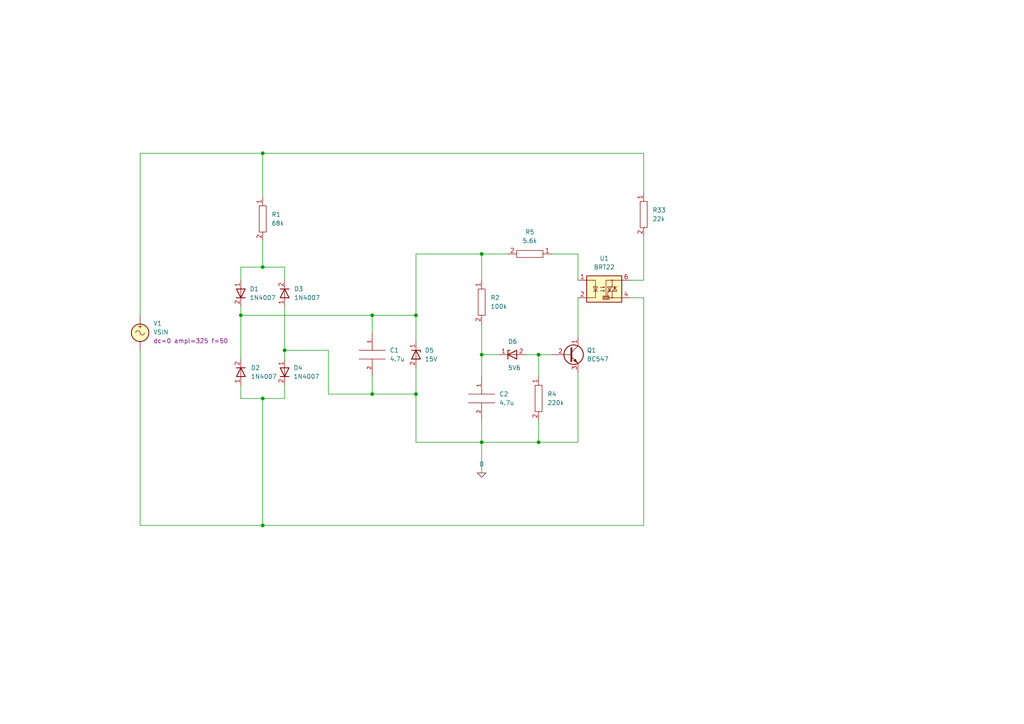
<source format=kicad_sch>
(kicad_sch (version 20211123) (generator eeschema)
  (paper "A4")
  (title_block (title "Scratchpad"))
  (lib_symbols
    (symbol "0_Simulation_SPICE:DIODE" (pin_names (offset 1.016) hide)
      (property "Reference" "D" (at 0 2.54 0))
      (property "Value" "DIODE" (at 0 -2.54 0))
      (symbol "DIODE_0_1"
        (polyline (pts (xy 1.27 0) (xy -1.27 0)))
        (polyline (pts (xy 1.27 1.27) (xy 1.27 -1.27)) (stroke (width 0.254)))
        (polyline (pts (xy -1.27 -1.27) (xy -1.27 1.27) (xy 1.27 0) (xy -1.27 -1.27)) (stroke (width 0.254)))
      )
      (symbol "DIODE_1_1"
        (pin passive line (at -3.81 0 0) (length 2.54) (name "A") (number "1"))
        (pin passive line (at 3.81 0 180) (length 2.54) (name "K") (number "2"))
      )
    )
    (symbol "0_Simulation_SPICE:VSIN" (pin_numbers hide) (pin_names (offset 0.0254))
      (property "Reference" "V" (at 2.54 2.54 0))
      (property "Value" "VSIN" (at 2.54 0 0))
      (property "Spice_Model" "sin(0 1 1k)" (at 2.54 -2.54 0))
      (symbol "VSIN_0_0"
        (arc (start 0 0) (mid -0.635 0.635) (end -1.27 0))
        (arc (start 0 0) (mid 0.635 -0.635) (end 1.27 0))
        (text "+" (at 0 1.905 0) (effects (font (size 1.27 1.27))))
      )
      (symbol "VSIN_0_1"
        (circle (center 0 0) (radius 2.54) (stroke (width 0.254)) (fill (type background)))
      )
      (symbol "VSIN_1_1"
        (pin passive line (at 0 5.08 270) (length 2.54) (name "~") (number "1"))
        (pin passive line (at 0 -5.08 90) (length 2.54) (name "~") (number "2"))
      )
    )
    (symbol "0_pspice:CAP" (pin_names (offset 0.254))
      (property "Reference" "C" (at 2.54 3.81 90))
      (property "Value" "CAP" (at 2.54 -3.81 90))
      (symbol "CAP_0_1"
        (polyline (pts (xy -3.81 -1.27) (xy 3.81 -1.27)))
        (polyline (pts (xy -3.81 1.27) (xy 3.81 1.27)))
      )
      (symbol "CAP_1_1"
        (pin passive line (at 0 6.35 270) (length 5.08) (name "~") (number "1"))
        (pin passive line (at 0 -6.35 90) (length 5.08) (name "~") (number "2"))
      )
    )
    (symbol "D_Zener_1" (pin_names (offset 1.016) hide)
      (property "Reference" "D" (at 0 2.54 0))
      (property "Value" "D_Zener_1" (at 0 -2.54 0))
      (symbol "D_Zener_1_0_1"
        (polyline (pts (xy 1.27 0) (xy -1.27 0)))
        (polyline (pts (xy -1.27 -1.27) (xy -1.27 1.27) (xy -0.762 1.27)) (stroke (width 0.254)))
        (polyline (pts (xy 1.27 -1.27) (xy 1.27 1.27) (xy -1.27 0) (xy 1.27 -1.27)) (stroke (width 0.254)))
      )
      (symbol "D_Zener_1_1_1"
        (pin passive line (at -3.81 0 0) (length 2.54) (name "K") (number "1"))
        (pin passive line (at 3.81 0 180) (length 2.54) (name "A") (number "2"))
      )
    )
    (symbol "R_1" (pin_names (offset 0))
      (property "Reference" "R" (at 2.032 0 90))
      (property "Value" "R_1" (at 0 0 90))
      (symbol "R_1_0_1"
        (rectangle (start -1.016 3.81) (end 1.016 -3.81))
      )
      (symbol "R_1_1_1"
        (pin passive line (at 0 6.35 270) (length 2.54) (name "~") (number "1"))
        (pin passive line (at 0 -6.35 90) (length 2.54) (name "~") (number "2"))
      )
    )
    (symbol "Relay_SolidState:MOC3031M"
      (property "Reference" "U" (at -5.08 5.08 0))
      (property "Value" "MOC3031M" (at 0 5.08 0))
      (symbol "MOC3031M_0_0"
        (rectangle (start -0.381 -2.032) (end 1.397 -3.048))
        (polyline (pts (xy 2.286 -2.54) (xy 1.397 -2.54)))
        (polyline (pts (xy 1.524 -0.635) (xy 1.016 -1.016) (xy 1.016 -2.032)))
        (text "ZCD" (at 0.508 -2.54 0) (effects (font (size 0.508 0.508))))
      )
      (symbol "MOC3031M_0_1"
        (rectangle (start -5.08 3.81) (end 5.08 -3.81) (stroke (width 0.254)) (fill (type background)))
        (polyline (pts (xy -3.175 -0.635) (xy -1.905 -0.635)))
        (polyline (pts (xy 1.524 -0.635) (xy 1.524 0.635)))
        (polyline (pts (xy 3.048 0.635) (xy 3.048 -0.635)))
        (polyline (pts (xy 2.286 -0.635) (xy 2.286 -2.54) (xy 5.08 -2.54)))
        (polyline (pts (xy 2.286 0.635) (xy 2.286 2.54) (xy 5.08 2.54)))
        (polyline (pts (xy 2.286 2.54) (xy 0.508 2.54) (xy 0.508 -2.032)))
        (polyline (pts (xy -5.08 2.54) (xy -2.54 2.54) (xy -2.54 -2.54) (xy -5.08 -2.54)))
        (polyline (pts (xy -2.54 -0.635) (xy -3.175 0.635) (xy -1.905 0.635) (xy -2.54 -0.635)))
        (polyline (pts (xy 0.889 -0.635) (xy 3.683 -0.635) (xy 3.048 0.635) (xy 2.413 -0.635)))
        (polyline (pts (xy 3.683 0.635) (xy 0.889 0.635) (xy 1.524 -0.635) (xy 2.159 0.635)))
        (polyline (pts (xy -1.143 -0.508) (xy 0.127 -0.508) (xy -0.254 -0.635) (xy -0.254 -0.381) (xy 0.127 -0.508)))
        (polyline (pts (xy -1.143 0.508) (xy 0.127 0.508) (xy -0.254 0.381) (xy -0.254 0.635) (xy 0.127 0.508)))
        (circle (center 2.286 -2.54) (radius 0.127))
        (circle (center 2.286 2.54) (radius 0.127))
      )
      (symbol "MOC3031M_1_1"
        (pin passive line (at -7.62 2.54 0) (length 2.54) (name "~") (number "1"))
        (pin passive line (at -7.62 -2.54 0) (length 2.54) (name "~") (number "2"))
        (pin no_connect line (at -5.08 0 0) (length 2.54) hide (name "NC") (number "3"))
        (pin passive line (at 7.62 -2.54 180) (length 2.54) (name "~") (number "4"))
        (pin no_connect line (at 5.08 0 180) (length 2.54) hide (name "NC") (number "5"))
        (pin passive line (at 7.62 2.54 180) (length 2.54) (name "~") (number "6"))
      )
    )
    (symbol "Transistor_BJT:BC547" (pin_names (offset 0) hide)
      (property "Reference" "Q" (at 5.08 1.905 0))
      (property "Value" "BC547" (at 5.08 0 0))
      (symbol "BC547_0_1"
        (polyline (pts (xy 0 0) (xy 0.635 0)))
        (polyline (pts (xy 0.635 0.635) (xy 2.54 2.54)))
        (polyline (pts (xy 0.635 -0.635) (xy 2.54 -2.54) (xy 2.54 -2.54)))
        (polyline (pts (xy 0.635 1.905) (xy 0.635 -1.905) (xy 0.635 -1.905)) (stroke (width 0.508)))
        (polyline (pts (xy 1.27 -1.778) (xy 1.778 -1.27) (xy 2.286 -2.286) (xy 1.27 -1.778) (xy 1.27 -1.778)) (fill (type outline)))
        (circle (center 1.27 0) (radius 2.8194) (stroke (width 0.254)))
      )
      (symbol "BC547_1_1"
        (pin passive line (at 2.54 5.08 270) (length 2.54) (name "C") (number "1"))
        (pin input line (at -5.08 0 0) (length 5.08) (name "B") (number "2"))
        (pin passive line (at 2.54 -5.08 90) (length 2.54) (name "E") (number "3"))
      )
    )
    (symbol "pspice:0" (power) (pin_names (offset 0))
      (property "Value" "0" (at 0 -1.778 0))
      (symbol "0_0_1"
        (polyline (pts (xy -1.27 0) (xy 0 -1.27) (xy 1.27 0) (xy -1.27 0)))
      )
      (symbol "0_1_1"
        (pin power_in line (at 0 0 0) (length 0) hide (name "0") (number "1"))
      )
    )
  )
  (junction (at 76.2 77.47))
  (junction (at 156.21 102.87))
  (junction (at 69.85 91.44))
  (junction (at 120.65 91.44))
  (junction (at 107.95 114.3))
  (junction (at 107.95 91.44))
  (junction (at 76.2 152.4))
  (junction (at 76.2 44.45))
  (junction (at 139.7 128.27))
  (junction (at 139.7 102.87))
  (junction (at 139.7 73.66))
  (junction (at 76.2 115.57))
  (junction (at 156.21 128.27))
  (junction (at 120.65 114.3))
  (junction (at 82.55 101.6))
  (wire (pts (xy 76.2 44.45) (xy 186.69 44.45)))
  (wire (pts (xy 120.65 91.44) (xy 120.65 99.06)))
  (wire (pts (xy 139.7 102.87) (xy 144.78 102.87)))
  (wire (pts (xy 82.55 115.57) (xy 76.2 115.57)))
  (wire (pts (xy 69.85 111.76) (xy 69.85 115.57)))
  (wire (pts (xy 182.88 86.36) (xy 186.69 86.36)))
  (wire (pts (xy 120.65 114.3) (xy 120.65 128.27)))
  (wire (pts (xy 139.7 128.27) (xy 139.7 137.16)))
  (wire (pts (xy 167.64 86.36) (xy 167.64 97.79)))
  (wire (pts (xy 82.55 101.6) (xy 95.25 101.6)))
  (wire (pts (xy 107.95 114.3) (xy 107.95 109.22)))
  (wire (pts (xy 139.7 73.66) (xy 120.65 73.66)))
  (wire (pts (xy 186.69 68.58) (xy 186.69 81.28)))
  (wire (pts (xy 76.2 44.45) (xy 76.2 57.15)))
  (wire (pts (xy 152.4 102.87) (xy 156.21 102.87)))
  (wire (pts (xy 139.7 102.87) (xy 139.7 109.22)))
  (wire (pts (xy 120.65 114.3) (xy 120.65 106.68)))
  (wire (pts (xy 156.21 102.87) (xy 156.21 109.22)))
  (wire (pts (xy 76.2 152.4) (xy 186.69 152.4)))
  (wire (pts (xy 120.65 128.27) (xy 139.7 128.27)))
  (wire (pts (xy 76.2 115.57) (xy 76.2 152.4)))
  (wire (pts (xy 120.65 73.66) (xy 120.65 91.44)))
  (wire (pts (xy 167.64 73.66) (xy 167.64 81.28)))
  (wire (pts (xy 69.85 91.44) (xy 69.85 104.14)))
  (wire (pts (xy 69.85 88.9) (xy 69.85 91.44)))
  (wire (pts (xy 186.69 86.36) (xy 186.69 152.4)))
  (wire (pts (xy 107.95 91.44) (xy 120.65 91.44)))
  (wire (pts (xy 82.55 111.76) (xy 82.55 115.57)))
  (wire (pts (xy 40.64 101.6) (xy 40.64 152.4)))
  (wire (pts (xy 167.64 128.27) (xy 156.21 128.27)))
  (wire (pts (xy 139.7 73.66) (xy 147.32 73.66)))
  (wire (pts (xy 139.7 128.27) (xy 139.7 121.92)))
  (wire (pts (xy 40.64 152.4) (xy 76.2 152.4)))
  (wire (pts (xy 69.85 77.47) (xy 69.85 81.28)))
  (wire (pts (xy 69.85 77.47) (xy 76.2 77.47)))
  (wire (pts (xy 40.64 44.45) (xy 76.2 44.45)))
  (wire (pts (xy 40.64 44.45) (xy 40.64 91.44)))
  (wire (pts (xy 182.88 81.28) (xy 186.69 81.28)))
  (wire (pts (xy 107.95 91.44) (xy 107.95 96.52)))
  (wire (pts (xy 186.69 44.45) (xy 186.69 55.88)))
  (wire (pts (xy 76.2 77.47) (xy 82.55 77.47)))
  (wire (pts (xy 156.21 128.27) (xy 139.7 128.27)))
  (wire (pts (xy 95.25 114.3) (xy 107.95 114.3)))
  (wire (pts (xy 139.7 93.98) (xy 139.7 102.87)))
  (wire (pts (xy 95.25 101.6) (xy 95.25 114.3)))
  (wire (pts (xy 160.02 73.66) (xy 167.64 73.66)))
  (wire (pts (xy 76.2 69.85) (xy 76.2 77.47)))
  (wire (pts (xy 167.64 107.95) (xy 167.64 128.27)))
  (wire (pts (xy 69.85 91.44) (xy 107.95 91.44)))
  (wire (pts (xy 82.55 88.9) (xy 82.55 101.6)))
  (wire (pts (xy 139.7 81.28) (xy 139.7 73.66)))
  (wire (pts (xy 82.55 101.6) (xy 82.55 104.14)))
  (wire (pts (xy 156.21 102.87) (xy 160.02 102.87)))
  (wire (pts (xy 82.55 81.28) (xy 82.55 77.47)))
  (wire (pts (xy 76.2 115.57) (xy 69.85 115.57)))
  (wire (pts (xy 107.95 114.3) (xy 120.65 114.3)))
  (wire (pts (xy 156.21 121.92) (xy 156.21 128.27)))
  (symbol (lib_id "Relay_SolidState:MOC3031M") (at 175.26 83.82 0) (unit 1)
    (property "Reference" "U1" (at 175.26 74.93 0))
    (property "Value" "BRT22" (at 175.26 77.47 0))
    (property "Datasheet" "https://www.onsemi.com/pub/Collateral/MOC3043M-D.pdf" (effects hide))
    (property "Spice_Primitive" "X" (effects hide))
    (property "Spice_Model" "BRT22H" (effects hide))
    (property "Spice_Netlist_Enabled" "Y" (effects hide))
    (property "Spice_Lib_File" "/home/macro/.local/share/kicad/models/other/BRT22H.lib" (effects hide))
  )
  (symbol (lib_id "pspice:0") (at 139.7 137.16 0) (unit 1)
    (property "Reference" "#GND?" (effects hide))
    (property "Value" "0" (at 139.7 134.62 0))
  )
  (symbol (lib_name "D_Zener_1") (lib_id "Device:D_Zener") (at 148.59 102.87 0) (unit 1)
    (property "Reference" "D6" (at 147.32 99.06 0) (effects (justify left)))
    (property "Value" "5V6" (at 147.32 106.68 0) (effects (justify left)))
    (property "Spice_Primitive" "D" (effects hide))
    (property "Spice_Model" "BZX84-C5V6" (effects hide))
    (property "Spice_Netlist_Enabled" "Y" (effects hide))
    (property "Spice_Lib_File" "/home/macro/.local/share/kicad/models/basic_models/diodes/BZX84-C5V6.mod" (effects hide))
    (property "Spice_Node_Sequence" "2 1" (effects hide))
  )
  (symbol (lib_id "Transistor_BJT:BC547") (at 165.1 102.87 0) (unit 1)
    (property "Reference" "Q1" (at 170.18 101.5999 0) (effects (justify left)))
    (property "Value" "BC547" (at 170.18 104.1399 0) (effects (justify left)))
    (property "Footprint" "Package_TO_SOT_THT:TO-92_Inline" (effects hide))
    (property "Datasheet" "https://www.onsemi.com/pub/Collateral/BC550-D.pdf" (effects hide))
    (property "Spice_Primitive" "Q" (effects hide))
    (property "Spice_Model" "BC546B" (effects hide))
    (property "Spice_Netlist_Enabled" "Y" (effects hide))
    (property "Spice_Lib_File" "/home/macro/.local/share/kicad/models/basic_models/bipolar/BC546.lib" (effects hide))
  )
  (symbol (lib_id "0_pspice:CAP") (at 139.7 115.57 0) (unit 1)
    (property "Reference" "C2" (at 144.78 114.2999 0) (effects (justify left)))
    (property "Value" "4.7u" (at 144.78 116.8399 0) (effects (justify left)))
  )
  (symbol (lib_name "R_1") (lib_id "0_pspice:R") (at 139.7 87.63 0) (unit 1)
    (property "Reference" "R2" (at 142.24 86.3599 0) (effects (justify left)))
    (property "Value" "100k" (at 142.24 88.8999 0) (effects (justify left)))
  )
  (symbol (lib_id "0_Simulation_SPICE:DIODE") (at 82.55 107.95 270) (unit 1)
    (property "Reference" "D4" (at 85.09 106.6799 90) (effects (justify left)))
    (property "Value" "1N4007" (at 85.09 109.2199 90) (effects (justify left)))
    (property "Spice_Netlist_Enabled" "Y" (effects hide))
    (property "Spice_Primitive" "D" (effects hide))
    (property "Spice_Model" "DI_1N4007" (effects hide))
    (property "Spice_Lib_File" "/home/macro/.local/share/kicad/models/basic_models/diodes/1N4007.mod" (effects hide))
  )
  (symbol (lib_name "R_1") (lib_id "0_pspice:R") (at 156.21 115.57 0) (unit 1)
    (property "Reference" "R4" (at 158.75 114.2999 0) (effects (justify left)))
    (property "Value" "220k" (at 158.75 116.8399 0) (effects (justify left)))
  )
  (symbol (lib_id "0_Simulation_SPICE:DIODE") (at 69.85 85.09 270) (unit 1)
    (property "Reference" "D1" (at 72.39 83.8199 90) (effects (justify left)))
    (property "Value" "1N4007" (at 72.39 86.3599 90) (effects (justify left)))
    (property "Spice_Netlist_Enabled" "Y" (effects hide))
    (property "Spice_Primitive" "D" (effects hide))
    (property "Spice_Model" "DI_1N4007" (effects hide))
    (property "Spice_Lib_File" "/home/macro/.local/share/kicad/models/basic_models/diodes/1N4007.mod" (effects hide))
  )
  (symbol (lib_name "R_1") (lib_id "0_pspice:R") (at 153.67 73.66 270) (unit 1)
    (property "Reference" "R5" (at 153.67 67.31 90))
    (property "Value" "5.6k" (at 153.67 69.85 90))
  )
  (symbol (lib_id "0_pspice:CAP") (at 107.95 102.87 0) (unit 1)
    (property "Reference" "C1" (at 113.03 101.5999 0) (effects (justify left)))
    (property "Value" "4.7u" (at 113.03 104.1399 0) (effects (justify left)))
  )
  (symbol (lib_id "0_Simulation_SPICE:VSIN") (at 40.64 96.52 0) (unit 1)
    (property "Reference" "V1" (at 44.45 93.7901 0) (effects (justify left)))
    (property "Value" "VSIN" (at 44.45 96.3301 0) (effects (justify left)))
    (property "Spice_Netlist_Enabled" "Y" (effects hide))
    (property "Spice_Primitive" "V" (effects hide))
    (property "Spice_Model" "sin(0 325 50)" (at 44.45 98.8701 0) (effects (justify left)))
  )
  (symbol (lib_name "R_1") (lib_id "0_pspice:R") (at 186.69 62.23 0) (unit 1)
    (property "Reference" "R33" (at 189.23 60.9599 0) (effects (justify left)))
    (property "Value" "22k" (at 189.23 63.4999 0) (effects (justify left)))
  )
  (symbol (lib_id "0_Simulation_SPICE:DIODE") (at 69.85 107.95 90) (unit 1)
    (property "Reference" "D2" (at 72.7281 106.6799 90) (effects (justify right)))
    (property "Value" "1N4007" (at 72.7281 109.2199 90) (effects (justify right)))
    (property "Spice_Netlist_Enabled" "Y" (effects hide))
    (property "Spice_Primitive" "D" (effects hide))
    (property "Spice_Model" "DI_1N4007" (effects hide))
    (property "Spice_Lib_File" "/home/macro/.local/share/kicad/models/basic_models/diodes/1N4007.mod" (effects hide))
  )
  (symbol (lib_name "D_Zener_1") (lib_id "Device:D_Zener") (at 120.65 102.87 270) (unit 1)
    (property "Reference" "D5" (at 123.19 101.5999 90) (effects (justify left)))
    (property "Value" "15V" (at 123.19 104.14 90) (effects (justify left)))
    (property "Spice_Primitive" "D" (effects hide))
    (property "Spice_Model" "BZX84-C15" (effects hide))
    (property "Spice_Netlist_Enabled" "Y" (effects hide))
    (property "Spice_Lib_File" "/home/macro/.local/share/kicad/models/basic_models/diodes/BZX84-C15.mod" (effects hide))
    (property "Spice_Node_Sequence" "2 1" (effects hide))
  )
  (symbol (lib_id "0_Simulation_SPICE:DIODE") (at 82.55 85.09 90) (unit 1)
    (property "Reference" "D3" (at 85.2584 83.8199 90) (effects (justify right)))
    (property "Value" "1N4007" (at 85.2584 86.3599 90) (effects (justify right)))
    (property "Spice_Netlist_Enabled" "Y" (effects hide))
    (property "Spice_Primitive" "D" (effects hide))
    (property "Spice_Model" "DI_1N4007" (effects hide))
    (property "Spice_Lib_File" "/home/macro/.local/share/kicad/models/basic_models/diodes/1N4007.mod" (effects hide))
  )
  (symbol (lib_name "R_1") (lib_id "0_pspice:R") (at 76.2 63.5 0) (unit 1)
    (property "Reference" "R1" (at 78.74 62.2299 0) (effects (justify left)))
    (property "Value" "68k" (at 78.74 64.7699 0) (effects (justify left)))
  )
)
</source>
